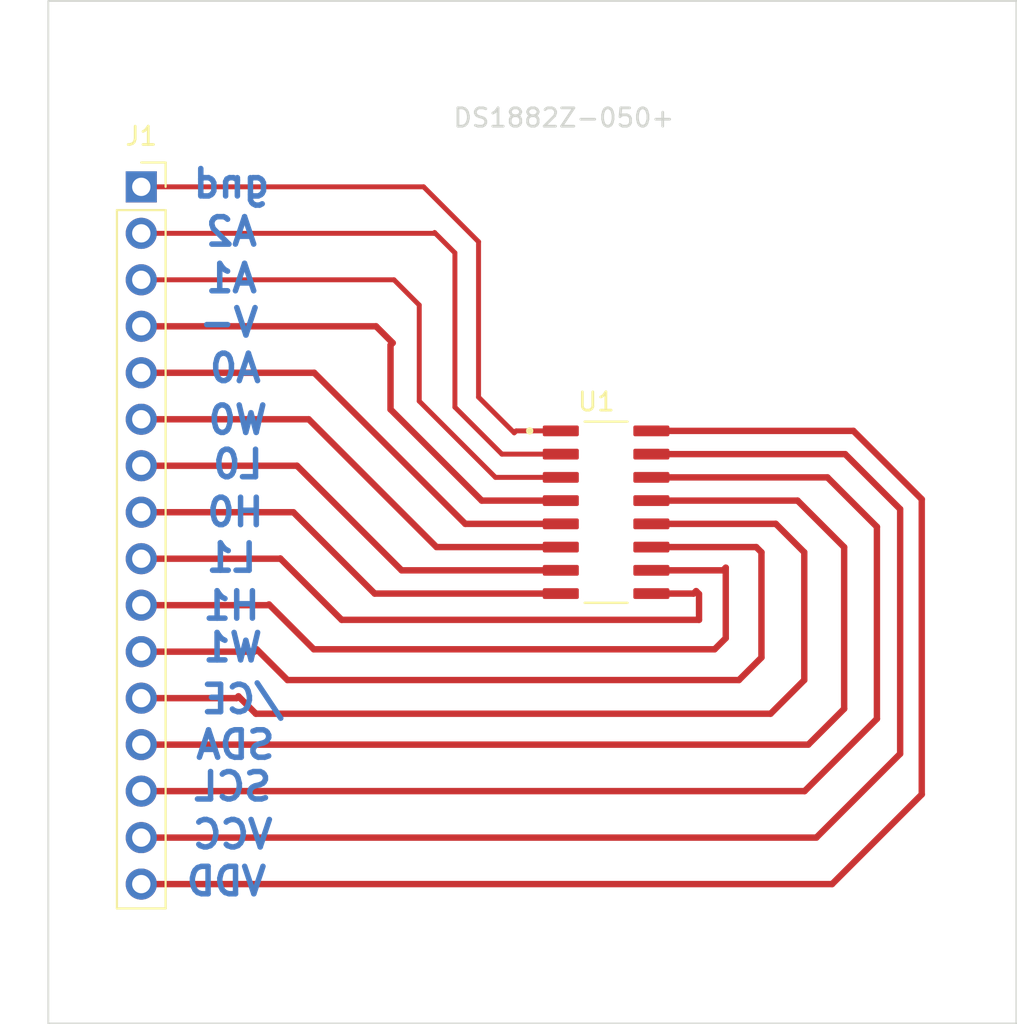
<source format=kicad_pcb>
(kicad_pcb (version 20211014) (generator pcbnew)
  (layers (0 "F.Cu" signal) (31 "B.Cu" signal) (34 "B.Paste" user) (35 "F.Paste" user) (36 "B.SilkS" user "B.Silkscreen") (37 "F.SilkS" user "F.Silkscreen") (38 "B.Mask" user) (39 "F.Mask" user) (44 "Edge.Cuts" user))
  (net 0 "")
  (net 1 "Net-(J1-Pad1)")
  (net 2 "Net-(J1-Pad2)")
  (net 3 "Net-(J1-Pad3)")
  (net 4 "Net-(J1-Pad4)")
  (net 5 "Net-(J1-Pad5)")
  (net 6 "Net-(J1-Pad6)")
  (net 7 "Net-(J1-Pad7)")
  (net 8 "Net-(J1-Pad8)")
  (net 9 "Net-(J1-Pad9)")
  (net 10 "Net-(J1-Pad10)")
  (net 11 "Net-(J1-Pad11)")
  (net 12 "Net-(J1-Pad12)")
  (net 13 "Net-(J1-Pad13)")
  (net 14 "Net-(J1-Pad14)")
  (net 15 "Net-(J1-Pad15)")
  (net 16 "Net-(J1-Pad16)")
  (footprint "DS1882Z-050_:SOIC127P600X175-16N" (layer "F.Cu") (at 88.9 71.12)
    (fp_text reference "U1" (at -0.535 -6.035) (layer "F.SilkS"))
    (fp_text value "DS1882Z-050+")
    (fp_line (start -1.17 -4.95) (end 1.17 -4.95) (layer "F.SilkS") (width 0.127))
    (fp_line (start -1.17 4.95) (end 1.17 4.95) (layer "F.SilkS") (width 0.127))
    (fp_circle (center -4.175 -4.445) (end -4.075 -4.445) (layer "F.SilkS") (width 0.2) (fill none))
    (pad "1" smd roundrect (at -2.475 -4.445) (size 1.97 0.59) (layers "F.Cu" "F.Paste" "F.Mask") (roundrect_rratio 0.15) (net 1 "Net-(J1-Pad1)"))
    (pad "2" smd roundrect (at -2.475 -3.175) (size 1.97 0.59) (layers "F.Cu" "F.Paste" "F.Mask") (roundrect_rratio 0.15) (net 2 "Net-(J1-Pad2)"))
    (pad "3" smd roundrect (at -2.475 -1.905) (size 1.97 0.59) (layers "F.Cu" "F.Paste" "F.Mask") (roundrect_rratio 0.15) (net 3 "Net-(J1-Pad3)"))
    (pad "4" smd roundrect (at -2.475 -0.635) (size 1.97 0.59) (layers "F.Cu" "F.Paste" "F.Mask") (roundrect_rratio 0.15) (net 4 "Net-(J1-Pad4)"))
    (pad "5" smd roundrect (at -2.475 0.635) (size 1.97 0.59) (layers "F.Cu" "F.Paste" "F.Mask") (roundrect_rratio 0.15) (net 5 "Net-(J1-Pad5)"))
    (pad "6" smd roundrect (at -2.475 1.905) (size 1.97 0.59) (layers "F.Cu" "F.Paste" "F.Mask") (roundrect_rratio 0.15) (net 6 "Net-(J1-Pad6)"))
    (pad "7" smd roundrect (at -2.475 3.175) (size 1.97 0.59) (layers "F.Cu" "F.Paste" "F.Mask") (roundrect_rratio 0.15) (net 7 "Net-(J1-Pad7)"))
    (pad "8" smd roundrect (at -2.475 4.445) (size 1.97 0.59) (layers "F.Cu" "F.Paste" "F.Mask") (roundrect_rratio 0.15) (net 8 "Net-(J1-Pad8)"))
    (pad "9" smd roundrect (at 2.475 4.445) (size 1.97 0.59) (layers "F.Cu" "F.Paste" "F.Mask") (roundrect_rratio 0.15) (net 9 "Net-(J1-Pad9)"))
    (pad "10" smd roundrect (at 2.475 3.175) (size 1.97 0.59) (layers "F.Cu" "F.Paste" "F.Mask") (roundrect_rratio 0.15) (net 10 "Net-(J1-Pad10)"))
    (pad "11" smd roundrect (at 2.475 1.905) (size 1.97 0.59) (layers "F.Cu" "F.Paste" "F.Mask") (roundrect_rratio 0.15) (net 11 "Net-(J1-Pad11)"))
    (pad "12" smd roundrect (at 2.475 0.635) (size 1.97 0.59) (layers "F.Cu" "F.Paste" "F.Mask") (roundrect_rratio 0.15) (net 12 "Net-(J1-Pad12)"))
    (pad "13" smd roundrect (at 2.475 -0.635) (size 1.97 0.59) (layers "F.Cu" "F.Paste" "F.Mask") (roundrect_rratio 0.15) (net 13 "Net-(J1-Pad13)"))
    (pad "14" smd roundrect (at 2.475 -1.905) (size 1.97 0.59) (layers "F.Cu" "F.Paste" "F.Mask") (roundrect_rratio 0.15) (net 14 "Net-(J1-Pad14)"))
    (pad "15" smd roundrect (at 2.475 -3.175) (size 1.97 0.59) (layers "F.Cu" "F.Paste" "F.Mask") (roundrect_rratio 0.15) (net 15 "Net-(J1-Pad15)"))
    (pad "16" smd roundrect (at 2.475 -4.445) (size 1.97 0.59) (layers "F.Cu" "F.Paste" "F.Mask") (roundrect_rratio 0.15) (net 16 "Net-(J1-Pad16)"))
  )
  (footprint "Connector_PinSocket_2.54mm:PinSocket_1x16_P2.54mm_Vertical" (layer "F.Cu") (at 63.5 53.34)
    (fp_text reference "J1" (at 0 -2.77) (layer "F.SilkS"))
    (fp_text value "Conn_01x16_Female")
    (fp_line (start 0 -1.33) (end 1.33 -1.33) (layer "F.SilkS") (width 0.12))
    (fp_line (start -1.33 1.27) (end 1.33 1.27) (layer "F.SilkS") (width 0.12))
    (fp_line (start -1.33 1.27) (end -1.33 39.43) (layer "F.SilkS") (width 0.12))
    (fp_line (start 1.33 -1.33) (end 1.33 0) (layer "F.SilkS") (width 0.12))
    (fp_line (start -1.33 39.43) (end 1.33 39.43) (layer "F.SilkS") (width 0.12))
    (fp_line (start 1.33 1.27) (end 1.33 39.43) (layer "F.SilkS") (width 0.12))
    (pad "1" thru_hole rect (at 0 0) (size 1.7 1.7) (drill 1) (layers *.Cu *.Mask) (net 1 "Net-(J1-Pad1)"))
    (pad "2" thru_hole oval (at 0 2.54) (size 1.7 1.7) (drill 1) (layers *.Cu *.Mask) (net 2 "Net-(J1-Pad2)"))
    (pad "3" thru_hole oval (at 0 5.08) (size 1.7 1.7) (drill 1) (layers *.Cu *.Mask) (net 3 "Net-(J1-Pad3)"))
    (pad "4" thru_hole oval (at 0 7.62) (size 1.7 1.7) (drill 1) (layers *.Cu *.Mask) (net 4 "Net-(J1-Pad4)"))
    (pad "5" thru_hole oval (at 0 10.16) (size 1.7 1.7) (drill 1) (layers *.Cu *.Mask) (net 5 "Net-(J1-Pad5)"))
    (pad "6" thru_hole oval (at 0 12.7) (size 1.7 1.7) (drill 1) (layers *.Cu *.Mask) (net 6 "Net-(J1-Pad6)"))
    (pad "7" thru_hole oval (at 0 15.24) (size 1.7 1.7) (drill 1) (layers *.Cu *.Mask) (net 7 "Net-(J1-Pad7)"))
    (pad "8" thru_hole oval (at 0 17.78) (size 1.7 1.7) (drill 1) (layers *.Cu *.Mask) (net 8 "Net-(J1-Pad8)"))
    (pad "9" thru_hole oval (at 0 20.32) (size 1.7 1.7) (drill 1) (layers *.Cu *.Mask) (net 9 "Net-(J1-Pad9)"))
    (pad "10" thru_hole oval (at 0 22.86) (size 1.7 1.7) (drill 1) (layers *.Cu *.Mask) (net 10 "Net-(J1-Pad10)"))
    (pad "11" thru_hole oval (at 0 25.4) (size 1.7 1.7) (drill 1) (layers *.Cu *.Mask) (net 11 "Net-(J1-Pad11)"))
    (pad "12" thru_hole oval (at 0 27.94) (size 1.7 1.7) (drill 1) (layers *.Cu *.Mask) (net 12 "Net-(J1-Pad12)"))
    (pad "13" thru_hole oval (at 0 30.48) (size 1.7 1.7) (drill 1) (layers *.Cu *.Mask) (net 13 "Net-(J1-Pad13)"))
    (pad "14" thru_hole oval (at 0 33.02) (size 1.7 1.7) (drill 1) (layers *.Cu *.Mask) (net 14 "Net-(J1-Pad14)"))
    (pad "15" thru_hole oval (at 0 35.56) (size 1.7 1.7) (drill 1) (layers *.Cu *.Mask) (net 15 "Net-(J1-Pad15)"))
    (pad "16" thru_hole oval (at 0 38.1) (size 1.7 1.7) (drill 1) (layers *.Cu *.Mask) (net 16 "Net-(J1-Pad16)"))
  )
  (gr_rect (start 58.42 43.18) (end 111.32 99.06) (layer "Edge.Cuts") (width 0.1) (fill none))
  (gr_text "SDA" (at 68.64 83.83) (layer "B.Cu") (effects (font (size 1.5 1.5) (thickness 0.3)) (justify mirror)))
  (gr_text "gnd" (at 68.43 53.16) (layer "B.Cu") (effects (font (size 1.5 1.5) (thickness 0.3)) (justify mirror)))
  (gr_text "H1" (at 68.43 76.23) (layer "B.Cu") (effects (font (size 1.5 1.5) (thickness 0.3)) (justify mirror)))
  (gr_text "A2" (at 68.43 55.79) (layer "B.Cu") (effects (font (size 1.5 1.5) (thickness 0.3)) (justify mirror)))
  (gr_text "L0" (at 68.78 68.5) (layer "B.Cu") (effects (font (size 1.5 1.5) (thickness 0.3)) (justify mirror)))
  (gr_text "W1" (at 68.5 78.51) (layer "B.Cu") (effects (font (size 1.5 1.5) (thickness 0.3)) (justify mirror)))
  (gr_text "VCC" (at 68.5 88.73) (layer "B.Cu") (effects (font (size 1.5 1.5) (thickness 0.3)) (justify mirror)))
  (gr_text "VDD" (at 68.15 91.29) (layer "B.Cu") (effects (font (size 1.5 1.5) (thickness 0.3)) (justify mirror)))
  (gr_text "A1" (at 68.43 58.34) (layer "B.Cu") (effects (font (size 1.5 1.5) (thickness 0.3)) (justify mirror)))
  (gr_text "A0" (at 68.64 63.25) (layer "B.Cu") (effects (font (size 1.5 1.5) (thickness 0.3)) (justify mirror)))
  (gr_text "L1" (at 68.43 73.61) (layer "B.Cu") (effects (font (size 1.5 1.5) (thickness 0.3)) (justify mirror)))
  (gr_text "/CE" (at 69.05 81.34) (layer "B.Cu") (effects (font (size 1.5 1.5) (thickness 0.3)) (justify mirror)))
  (gr_text "SCL" (at 68.5 86.11) (layer "B.Cu") (effects (font (size 1.5 1.5) (thickness 0.3)) (justify mirror)))
  (gr_text "W0" (at 68.78 66.08) (layer "B.Cu") (effects (font (size 1.5 1.5) (thickness 0.3)) (justify mirror)))
  (gr_text "V-" (at 68.29 60.76) (layer "B.Cu") (effects (font (size 1.5 1.5) (thickness 0.3)) (justify mirror)))
  (gr_text "H0" (at 68.64 71.12) (layer "B.Cu") (effects (font (size 1.5 1.5) (thickness 0.3)) (justify mirror)))
  (gr_text "DS1882Z-050+" (at 86.59 49.57) (layer "Edge.Cuts") (effects (font (size 1 1))))
  (segment (start 78.93 53.34) (end 63.5 53.34) (width 0.27) (layer "F.Cu") (net 1))
  (segment (start 86.425 66.675) (end 83.985 66.675) (width 0.27) (layer "F.Cu") (net 1))
  (segment (start 81.93 64.83) (end 81.93 56.34) (width 0.27) (layer "F.Cu") (net 1))
  (segment (start 83.985 66.675) (end 83.88 66.78) (width 0.27) (layer "F.Cu") (net 1))
  (segment (start 83.88 66.78) (end 81.93 64.83) (width 0.27) (layer "F.Cu") (net 1))
  (segment (start 81.93 56.34) (end 78.93 53.34) (width 0.27) (layer "F.Cu") (net 1))
  (segment (start 79.49 55.88) (end 63.5 55.88) (width 0.27) (layer "F.Cu") (net 2))
  (segment (start 86.425 67.945) (end 83.205 67.945) (width 0.27) (layer "F.Cu") (net 2))
  (segment (start 80.64 56.95) (end 79.53 55.84) (width 0.27) (layer "F.Cu") (net 2))
  (segment (start 79.53 55.84) (end 79.49 55.88) (width 0.27) (layer "F.Cu") (net 2))
  (segment (start 83.205 67.945) (end 80.64 65.38) (width 0.27) (layer "F.Cu") (net 2))
  (segment (start 80.64 65.38) (end 80.64 56.95) (width 0.27) (layer "F.Cu") (net 2))
  (segment (start 77.31 58.42) (end 63.5 58.42) (width 0.27) (layer "F.Cu") (net 3))
  (segment (start 86.425 69.215) (end 82.855 69.215) (width 0.27) (layer "F.Cu") (net 3))
  (segment (start 78.69 65.05) (end 78.69 59.8) (width 0.27) (layer "F.Cu") (net 3))
  (segment (start 78.69 59.8) (end 77.31 58.42) (width 0.27) (layer "F.Cu") (net 3))
  (segment (start 82.855 69.215) (end 78.69 65.05) (width 0.27) (layer "F.Cu") (net 3))
  (segment (start 82.105 70.485) (end 77.12 65.5) (width 0.35) (layer "F.Cu") (net 4))
  (segment (start 77.12 61.99) (end 77.24 61.87) (width 0.35) (layer "F.Cu") (net 4))
  (segment (start 76.33 60.96) (end 63.5 60.96) (width 0.35) (layer "F.Cu") (net 4))
  (segment (start 86.425 70.485) (end 82.105 70.485) (width 0.35) (layer "F.Cu") (net 4))
  (segment (start 77.12 65.5) (end 77.12 61.99) (width 0.35) (layer "F.Cu") (net 4))
  (segment (start 77.24 61.87) (end 76.33 60.96) (width 0.35) (layer "F.Cu") (net 4))
  (segment (start 81.205 71.755) (end 72.95 63.5) (width 0.35) (layer "F.Cu") (net 5))
  (segment (start 86.425 71.755) (end 81.205 71.755) (width 0.35) (layer "F.Cu") (net 5))
  (segment (start 72.95 63.5) (end 63.5 63.5) (width 0.35) (layer "F.Cu") (net 5))
  (segment (start 72.65 66.04) (end 63.5 66.04) (width 0.35) (layer "F.Cu") (net 6))
  (segment (start 86.425 73.025) (end 79.635 73.025) (width 0.35) (layer "F.Cu") (net 6))
  (segment (start 79.635 73.025) (end 72.65 66.04) (width 0.35) (layer "F.Cu") (net 6))
  (segment (start 77.725 74.295) (end 72.01 68.58) (width 0.35) (layer "F.Cu") (net 7))
  (segment (start 72.01 68.58) (end 63.5 68.58) (width 0.35) (layer "F.Cu") (net 7))
  (segment (start 86.425 74.295) (end 77.725 74.295) (width 0.35) (layer "F.Cu") (net 7))
  (segment (start 76.255 75.565) (end 71.81 71.12) (width 0.35) (layer "F.Cu") (net 8))
  (segment (start 71.81 71.12) (end 63.5 71.12) (width 0.35) (layer "F.Cu") (net 8))
  (segment (start 86.425 75.565) (end 76.255 75.565) (width 0.35) (layer "F.Cu") (net 8))
  (segment (start 74.45 77) (end 71.1 73.65) (width 0.35) (layer "F.Cu") (net 9))
  (segment (start 93.685 75.565) (end 93.82 75.43) (width 0.35) (layer "F.Cu") (net 9))
  (segment (start 91.375 75.565) (end 93.685 75.565) (width 0.35) (layer "F.Cu") (net 9))
  (segment (start 71.09 73.66) (end 63.5 73.66) (width 0.35) (layer "F.Cu") (net 9))
  (segment (start 93.82 75.43) (end 93.98 75.59) (width 0.35) (layer "F.Cu") (net 9))
  (segment (start 71.1 73.65) (end 71.09 73.66) (width 0.35) (layer "F.Cu") (net 9))
  (segment (start 93.98 77) (end 74.45 77) (width 0.35) (layer "F.Cu") (net 9))
  (segment (start 93.98 75.59) (end 93.98 77) (width 0.35) (layer "F.Cu") (net 9))
  (segment (start 94.83 78.61) (end 72.93 78.61) (width 0.35) (layer "F.Cu") (net 10))
  (segment (start 72.93 78.61) (end 70.48 76.16) (width 0.35) (layer "F.Cu") (net 10))
  (segment (start 70.48 76.16) (end 70.44 76.2) (width 0.35) (layer "F.Cu") (net 10))
  (segment (start 91.375 74.295) (end 95.295 74.295) (width 0.35) (layer "F.Cu") (net 10))
  (segment (start 70.44 76.2) (end 63.5 76.2) (width 0.35) (layer "F.Cu") (net 10))
  (segment (start 95.44 74.15) (end 95.44 78) (width 0.35) (layer "F.Cu") (net 10))
  (segment (start 95.44 78) (end 94.83 78.61) (width 0.35) (layer "F.Cu") (net 10))
  (segment (start 95.295 74.295) (end 95.44 74.15) (width 0.35) (layer "F.Cu") (net 10))
  (segment (start 69.68 78.74) (end 63.5 78.74) (width 0.35) (layer "F.Cu") (net 11))
  (segment (start 97.39 73.31) (end 97.39 79.06) (width 0.35) (layer "F.Cu") (net 11))
  (segment (start 97.105 73.025) (end 97.39 73.31) (width 0.35) (layer "F.Cu") (net 11))
  (segment (start 91.375 73.025) (end 97.105 73.025) (width 0.35) (layer "F.Cu") (net 11))
  (segment (start 71.49 80.29) (end 69.81 78.61) (width 0.35) (layer "F.Cu") (net 11))
  (segment (start 69.81 78.61) (end 69.68 78.74) (width 0.35) (layer "F.Cu") (net 11))
  (segment (start 96.16 80.29) (end 71.49 80.29) (width 0.35) (layer "F.Cu") (net 11))
  (segment (start 97.39 79.06) (end 96.16 80.29) (width 0.35) (layer "F.Cu") (net 11))
  (segment (start 99.73 73.31) (end 99.73 80.29) (width 0.35) (layer "F.Cu") (net 12))
  (segment (start 91.375 71.755) (end 98.175 71.755) (width 0.35) (layer "F.Cu") (net 12))
  (segment (start 69.76 82.13) (end 68.81 81.18) (width 0.35) (layer "F.Cu") (net 12))
  (segment (start 68.81 81.18) (end 68.71 81.28) (width 0.35) (layer "F.Cu") (net 12))
  (segment (start 97.89 82.13) (end 69.76 82.13) (width 0.35) (layer "F.Cu") (net 12))
  (segment (start 99.73 80.29) (end 97.89 82.13) (width 0.35) (layer "F.Cu") (net 12))
  (segment (start 98.175 71.755) (end 99.73 73.31) (width 0.35) (layer "F.Cu") (net 12))
  (segment (start 68.71 81.28) (end 63.5 81.28) (width 0.35) (layer "F.Cu") (net 12))
  (segment (start 101.91 81.86) (end 99.95 83.82) (width 0.35) (layer "F.Cu") (net 13))
  (segment (start 99.95 83.82) (end 63.5 83.82) (width 0.35) (layer "F.Cu") (net 13))
  (segment (start 91.375 70.485) (end 99.365 70.485) (width 0.35) (layer "F.Cu") (net 13))
  (segment (start 101.91 73.03) (end 101.91 81.86) (width 0.35) (layer "F.Cu") (net 13))
  (segment (start 99.365 70.485) (end 101.91 73.03) (width 0.35) (layer "F.Cu") (net 13))
  (segment (start 103.7 71.92) (end 103.7 82.41) (width 0.35) (layer "F.Cu") (net 14))
  (segment (start 91.375 69.215) (end 100.995 69.215) (width 0.35) (layer "F.Cu") (net 14))
  (segment (start 100.995 69.215) (end 103.7 71.92) (width 0.35) (layer "F.Cu") (net 14))
  (segment (start 99.75 86.36) (end 63.5 86.36) (width 0.35) (layer "F.Cu") (net 14))
  (segment (start 103.7 82.41) (end 99.75 86.36) (width 0.35) (layer "F.Cu") (net 14))
  (segment (start 91.375 67.945) (end 101.965 67.945) (width 0.35) (layer "F.Cu") (net 15))
  (segment (start 100.39 88.9) (end 63.5 88.9) (width 0.35) (layer "F.Cu") (net 15))
  (segment (start 104.97 70.95) (end 104.97 84.32) (width 0.35) (layer "F.Cu") (net 15))
  (segment (start 101.965 67.945) (end 104.97 70.95) (width 0.35) (layer "F.Cu") (net 15))
  (segment (start 104.97 84.32) (end 100.39 88.9) (width 0.35) (layer "F.Cu") (net 15))
  (segment (start 102.415 66.675) (end 106.15 70.41) (width 0.35) (layer "F.Cu") (net 16))
  (segment (start 106.15 86.54) (end 101.25 91.44) (width 0.35) (layer "F.Cu") (net 16))
  (segment (start 101.25 91.44) (end 63.5 91.44) (width 0.35) (layer "F.Cu") (net 16))
  (segment (start 106.15 70.41) (end 106.15 86.54) (width 0.35) (layer "F.Cu") (net 16))
  (segment (start 91.375 66.675) (end 102.415 66.675) (width 0.35) (layer "F.Cu") (net 16))
)
</source>
